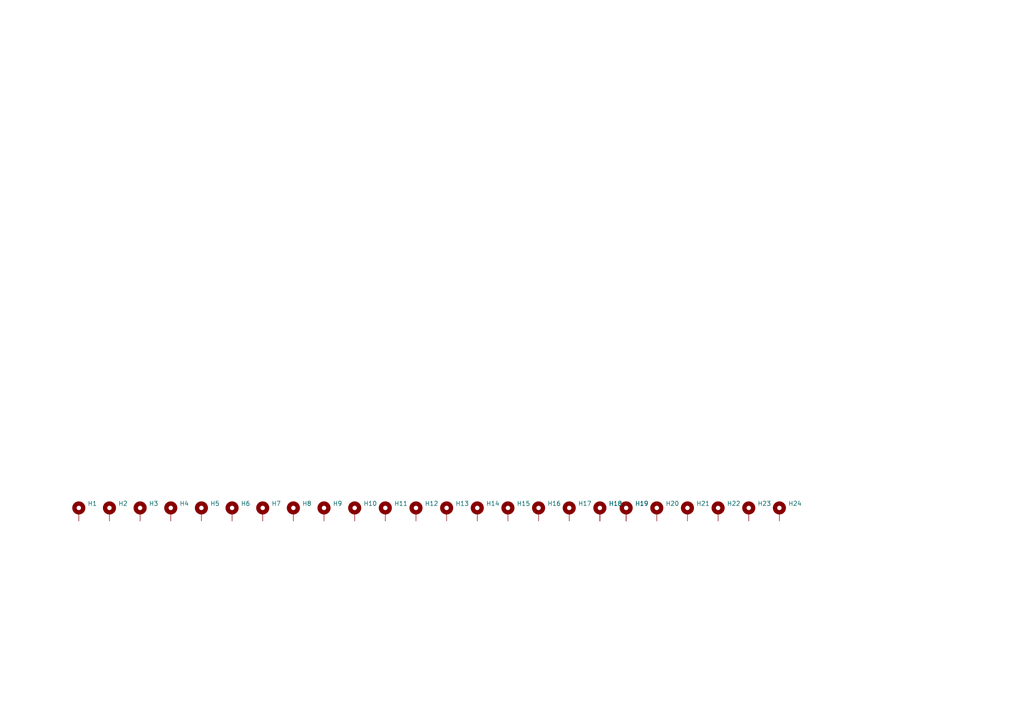
<source format=kicad_sch>
(kicad_sch (version 20211123) (generator eeschema)

  (uuid ec8f4d79-be17-402b-a40a-5aeeeecf2356)

  (paper "A4")

  (lib_symbols
    (symbol "Mechanical:MountingHole_Pad" (pin_numbers hide) (pin_names (offset 1.016) hide) (in_bom yes) (on_board yes)
      (property "Reference" "H" (id 0) (at 0 6.35 0)
        (effects (font (size 1.27 1.27)))
      )
      (property "Value" "MountingHole_Pad" (id 1) (at 0 4.445 0)
        (effects (font (size 1.27 1.27)))
      )
      (property "Footprint" "" (id 2) (at 0 0 0)
        (effects (font (size 1.27 1.27)) hide)
      )
      (property "Datasheet" "~" (id 3) (at 0 0 0)
        (effects (font (size 1.27 1.27)) hide)
      )
      (property "ki_keywords" "mounting hole" (id 4) (at 0 0 0)
        (effects (font (size 1.27 1.27)) hide)
      )
      (property "ki_description" "Mounting Hole with connection" (id 5) (at 0 0 0)
        (effects (font (size 1.27 1.27)) hide)
      )
      (property "ki_fp_filters" "MountingHole*Pad*" (id 6) (at 0 0 0)
        (effects (font (size 1.27 1.27)) hide)
      )
      (symbol "MountingHole_Pad_0_1"
        (circle (center 0 1.27) (radius 1.27)
          (stroke (width 1.27) (type default) (color 0 0 0 0))
          (fill (type none))
        )
      )
      (symbol "MountingHole_Pad_1_1"
        (pin input line (at 0 -2.54 90) (length 2.54)
          (name "1" (effects (font (size 1.27 1.27))))
          (number "1" (effects (font (size 1.27 1.27))))
        )
      )
    )
  )


  (symbol (lib_id "Mechanical:MountingHole_Pad") (at 102.87 148.59 0) (unit 1)
    (in_bom yes) (on_board yes) (fields_autoplaced)
    (uuid 2f5e6073-e478-48de-8f04-5039aa8c2823)
    (property "Reference" "H10" (id 0) (at 105.41 146.0499 0)
      (effects (font (size 1.27 1.27)) (justify left))
    )
    (property "Value" "MountingHole_Pad" (id 1) (at 105.41 148.5899 0)
      (effects (font (size 1.27 1.27)) (justify left) hide)
    )
    (property "Footprint" "MountingHole:MountingHole_5.3mm_M5_DIN965_Pad" (id 2) (at 102.87 148.59 0)
      (effects (font (size 1.27 1.27)) hide)
    )
    (property "Datasheet" "~" (id 3) (at 102.87 148.59 0)
      (effects (font (size 1.27 1.27)) hide)
    )
    (pin "1" (uuid 903664a9-2642-4e3a-b2f7-fd792726c160))
  )

  (symbol (lib_id "Mechanical:MountingHole_Pad") (at 58.42 148.59 0) (unit 1)
    (in_bom yes) (on_board yes) (fields_autoplaced)
    (uuid 2f9a61f3-05ca-4edf-b399-582031681004)
    (property "Reference" "H5" (id 0) (at 60.96 146.0499 0)
      (effects (font (size 1.27 1.27)) (justify left))
    )
    (property "Value" "MountingHole_Pad" (id 1) (at 60.96 148.5899 0)
      (effects (font (size 1.27 1.27)) (justify left) hide)
    )
    (property "Footprint" "MountingHole:MountingHole_5.3mm_M5_DIN965_Pad" (id 2) (at 58.42 148.59 0)
      (effects (font (size 1.27 1.27)) hide)
    )
    (property "Datasheet" "~" (id 3) (at 58.42 148.59 0)
      (effects (font (size 1.27 1.27)) hide)
    )
    (pin "1" (uuid c64b7090-cd60-49a0-ba22-8e075681e8a8))
  )

  (symbol (lib_id "Mechanical:MountingHole_Pad") (at 156.21 148.59 0) (unit 1)
    (in_bom yes) (on_board yes) (fields_autoplaced)
    (uuid 32393631-d068-4ed7-af9a-0e95742a522e)
    (property "Reference" "H16" (id 0) (at 158.75 146.0499 0)
      (effects (font (size 1.27 1.27)) (justify left))
    )
    (property "Value" "MountingHole_Pad" (id 1) (at 158.75 148.5899 0)
      (effects (font (size 1.27 1.27)) (justify left) hide)
    )
    (property "Footprint" "MountingHole:MountingHole_5.3mm_M5_DIN965_Pad" (id 2) (at 156.21 148.59 0)
      (effects (font (size 1.27 1.27)) hide)
    )
    (property "Datasheet" "~" (id 3) (at 156.21 148.59 0)
      (effects (font (size 1.27 1.27)) hide)
    )
    (pin "1" (uuid aaba2ca7-ce7c-4aba-8af3-3d1248266572))
  )

  (symbol (lib_id "Mechanical:MountingHole_Pad") (at 190.5 148.59 0) (unit 1)
    (in_bom yes) (on_board yes) (fields_autoplaced)
    (uuid 32f45e70-7cfe-456d-96f6-052252b819cf)
    (property "Reference" "H20" (id 0) (at 193.04 146.0499 0)
      (effects (font (size 1.27 1.27)) (justify left))
    )
    (property "Value" "MountingHole_Pad" (id 1) (at 193.04 148.5899 0)
      (effects (font (size 1.27 1.27)) (justify left) hide)
    )
    (property "Footprint" "MountingHole:MountingHole_5.3mm_M5_DIN965_Pad" (id 2) (at 190.5 148.59 0)
      (effects (font (size 1.27 1.27)) hide)
    )
    (property "Datasheet" "~" (id 3) (at 190.5 148.59 0)
      (effects (font (size 1.27 1.27)) hide)
    )
    (pin "1" (uuid 8dd33727-ce56-4961-a19a-0c2a543a4e51))
  )

  (symbol (lib_id "Mechanical:MountingHole_Pad") (at 49.53 148.59 0) (unit 1)
    (in_bom yes) (on_board yes) (fields_autoplaced)
    (uuid 4f636055-f2e9-41cb-88d5-387cedaa19f1)
    (property "Reference" "H4" (id 0) (at 52.07 146.0499 0)
      (effects (font (size 1.27 1.27)) (justify left))
    )
    (property "Value" "MountingHole_Pad" (id 1) (at 52.07 148.5899 0)
      (effects (font (size 1.27 1.27)) (justify left) hide)
    )
    (property "Footprint" "MountingHole:MountingHole_5.3mm_M5_DIN965_Pad" (id 2) (at 49.53 148.59 0)
      (effects (font (size 1.27 1.27)) hide)
    )
    (property "Datasheet" "~" (id 3) (at 49.53 148.59 0)
      (effects (font (size 1.27 1.27)) hide)
    )
    (pin "1" (uuid a0b7f6be-486c-4a94-b7e0-e416d3a14ad5))
  )

  (symbol (lib_id "Mechanical:MountingHole_Pad") (at 181.61 148.59 0) (unit 1)
    (in_bom yes) (on_board yes) (fields_autoplaced)
    (uuid 57183a9c-017c-4704-ac8e-115ea6f8638d)
    (property "Reference" "H19" (id 0) (at 184.15 146.0499 0)
      (effects (font (size 1.27 1.27)) (justify left))
    )
    (property "Value" "MountingHole_Pad" (id 1) (at 184.15 148.5899 0)
      (effects (font (size 1.27 1.27)) (justify left) hide)
    )
    (property "Footprint" "MountingHole:MountingHole_5.3mm_M5_DIN965_Pad" (id 2) (at 181.61 148.59 0)
      (effects (font (size 1.27 1.27)) hide)
    )
    (property "Datasheet" "~" (id 3) (at 181.61 148.59 0)
      (effects (font (size 1.27 1.27)) hide)
    )
    (pin "1" (uuid eab7e84f-08c3-4ecf-921b-ad7318476a01))
  )

  (symbol (lib_id "Mechanical:MountingHole_Pad") (at 67.31 148.59 0) (unit 1)
    (in_bom yes) (on_board yes) (fields_autoplaced)
    (uuid 5c82f6ea-add0-4404-b133-c98a28367336)
    (property "Reference" "H6" (id 0) (at 69.85 146.0499 0)
      (effects (font (size 1.27 1.27)) (justify left))
    )
    (property "Value" "MountingHole_Pad" (id 1) (at 69.85 148.5899 0)
      (effects (font (size 1.27 1.27)) (justify left) hide)
    )
    (property "Footprint" "MountingHole:MountingHole_5.3mm_M5_DIN965_Pad" (id 2) (at 67.31 148.59 0)
      (effects (font (size 1.27 1.27)) hide)
    )
    (property "Datasheet" "~" (id 3) (at 67.31 148.59 0)
      (effects (font (size 1.27 1.27)) hide)
    )
    (pin "1" (uuid 2fc606e0-7ca4-4237-9fff-99b3323fc77b))
  )

  (symbol (lib_id "Mechanical:MountingHole_Pad") (at 40.64 148.59 0) (unit 1)
    (in_bom yes) (on_board yes) (fields_autoplaced)
    (uuid 674bb822-53d2-4263-b7c5-dae7036bb4a8)
    (property "Reference" "H3" (id 0) (at 43.18 146.0499 0)
      (effects (font (size 1.27 1.27)) (justify left))
    )
    (property "Value" "MountingHole_Pad" (id 1) (at 43.18 148.5899 0)
      (effects (font (size 1.27 1.27)) (justify left) hide)
    )
    (property "Footprint" "MountingHole:MountingHole_5.3mm_M5_DIN965_Pad" (id 2) (at 40.64 148.59 0)
      (effects (font (size 1.27 1.27)) hide)
    )
    (property "Datasheet" "~" (id 3) (at 40.64 148.59 0)
      (effects (font (size 1.27 1.27)) hide)
    )
    (pin "1" (uuid 6b92193f-56b8-4152-9595-a8779de6b5f5))
  )

  (symbol (lib_id "Mechanical:MountingHole_Pad") (at 111.76 148.59 0) (unit 1)
    (in_bom yes) (on_board yes) (fields_autoplaced)
    (uuid 67a6f062-30ce-4303-85c0-ec91d5c411d5)
    (property "Reference" "H11" (id 0) (at 114.3 146.0499 0)
      (effects (font (size 1.27 1.27)) (justify left))
    )
    (property "Value" "MountingHole_Pad" (id 1) (at 114.3 148.5899 0)
      (effects (font (size 1.27 1.27)) (justify left) hide)
    )
    (property "Footprint" "MountingHole:MountingHole_5.3mm_M5_DIN965_Pad" (id 2) (at 111.76 148.59 0)
      (effects (font (size 1.27 1.27)) hide)
    )
    (property "Datasheet" "~" (id 3) (at 111.76 148.59 0)
      (effects (font (size 1.27 1.27)) hide)
    )
    (pin "1" (uuid 25987ad8-555e-4175-8748-4edc0e71ed20))
  )

  (symbol (lib_id "Mechanical:MountingHole_Pad") (at 226.06 148.59 0) (unit 1)
    (in_bom yes) (on_board yes) (fields_autoplaced)
    (uuid 79418ce3-051e-4034-99c4-da2fa3285011)
    (property "Reference" "H24" (id 0) (at 228.6 146.0499 0)
      (effects (font (size 1.27 1.27)) (justify left))
    )
    (property "Value" "MountingHole_Pad" (id 1) (at 228.6 148.5899 0)
      (effects (font (size 1.27 1.27)) (justify left) hide)
    )
    (property "Footprint" "MountingHole:MountingHole_5.3mm_M5_DIN965_Pad" (id 2) (at 226.06 148.59 0)
      (effects (font (size 1.27 1.27)) hide)
    )
    (property "Datasheet" "~" (id 3) (at 226.06 148.59 0)
      (effects (font (size 1.27 1.27)) hide)
    )
    (pin "1" (uuid 4be1fe21-35a7-4512-826b-a35c8e263e11))
  )

  (symbol (lib_id "Mechanical:MountingHole_Pad") (at 217.17 148.59 0) (unit 1)
    (in_bom yes) (on_board yes) (fields_autoplaced)
    (uuid 8536e283-7dd1-465c-a830-ab3c239d091e)
    (property "Reference" "H23" (id 0) (at 219.71 146.0499 0)
      (effects (font (size 1.27 1.27)) (justify left))
    )
    (property "Value" "MountingHole_Pad" (id 1) (at 219.71 148.5899 0)
      (effects (font (size 1.27 1.27)) (justify left) hide)
    )
    (property "Footprint" "MountingHole:MountingHole_5.3mm_M5_DIN965_Pad" (id 2) (at 217.17 148.59 0)
      (effects (font (size 1.27 1.27)) hide)
    )
    (property "Datasheet" "~" (id 3) (at 217.17 148.59 0)
      (effects (font (size 1.27 1.27)) hide)
    )
    (pin "1" (uuid 0fc55926-565f-4fc2-842c-33b62d793790))
  )

  (symbol (lib_id "Mechanical:MountingHole_Pad") (at 208.28 148.59 0) (unit 1)
    (in_bom yes) (on_board yes) (fields_autoplaced)
    (uuid 8fae94a6-199d-4224-898d-d7e34a992e9c)
    (property "Reference" "H22" (id 0) (at 210.82 146.0499 0)
      (effects (font (size 1.27 1.27)) (justify left))
    )
    (property "Value" "MountingHole_Pad" (id 1) (at 210.82 148.5899 0)
      (effects (font (size 1.27 1.27)) (justify left) hide)
    )
    (property "Footprint" "MountingHole:MountingHole_5.3mm_M5_DIN965_Pad" (id 2) (at 208.28 148.59 0)
      (effects (font (size 1.27 1.27)) hide)
    )
    (property "Datasheet" "~" (id 3) (at 208.28 148.59 0)
      (effects (font (size 1.27 1.27)) hide)
    )
    (pin "1" (uuid 642580cc-c423-404a-a7da-8016bbae8105))
  )

  (symbol (lib_id "Mechanical:MountingHole_Pad") (at 22.86 148.59 0) (unit 1)
    (in_bom yes) (on_board yes) (fields_autoplaced)
    (uuid 9850ff21-c0db-4800-b750-2459e4b4af1d)
    (property "Reference" "H1" (id 0) (at 25.4 146.0499 0)
      (effects (font (size 1.27 1.27)) (justify left))
    )
    (property "Value" "MountingHole_Pad" (id 1) (at 25.4 148.5899 0)
      (effects (font (size 1.27 1.27)) (justify left) hide)
    )
    (property "Footprint" "MountingHole:MountingHole_5.3mm_M5_DIN965_Pad" (id 2) (at 22.86 148.59 0)
      (effects (font (size 1.27 1.27)) hide)
    )
    (property "Datasheet" "~" (id 3) (at 22.86 148.59 0)
      (effects (font (size 1.27 1.27)) hide)
    )
    (pin "1" (uuid cf4fc299-a35c-4c9f-818f-1768d8283c37))
  )

  (symbol (lib_id "Mechanical:MountingHole_Pad") (at 85.09 148.59 0) (unit 1)
    (in_bom yes) (on_board yes) (fields_autoplaced)
    (uuid 998a52c8-6a7b-4249-ad6f-5ad413f4d888)
    (property "Reference" "H8" (id 0) (at 87.63 146.0499 0)
      (effects (font (size 1.27 1.27)) (justify left))
    )
    (property "Value" "MountingHole_Pad" (id 1) (at 87.63 148.5899 0)
      (effects (font (size 1.27 1.27)) (justify left) hide)
    )
    (property "Footprint" "MountingHole:MountingHole_5.3mm_M5_DIN965_Pad" (id 2) (at 85.09 148.59 0)
      (effects (font (size 1.27 1.27)) hide)
    )
    (property "Datasheet" "~" (id 3) (at 85.09 148.59 0)
      (effects (font (size 1.27 1.27)) hide)
    )
    (pin "1" (uuid 49f31438-3658-4bdf-9496-c0b4c894486a))
  )

  (symbol (lib_id "Mechanical:MountingHole_Pad") (at 93.98 148.59 0) (unit 1)
    (in_bom yes) (on_board yes) (fields_autoplaced)
    (uuid a3f7e6c2-9c07-4408-afd3-7ec191c81043)
    (property "Reference" "H9" (id 0) (at 96.52 146.0499 0)
      (effects (font (size 1.27 1.27)) (justify left))
    )
    (property "Value" "MountingHole_Pad" (id 1) (at 96.52 148.5899 0)
      (effects (font (size 1.27 1.27)) (justify left) hide)
    )
    (property "Footprint" "MountingHole:MountingHole_5.3mm_M5_DIN965_Pad" (id 2) (at 93.98 148.59 0)
      (effects (font (size 1.27 1.27)) hide)
    )
    (property "Datasheet" "~" (id 3) (at 93.98 148.59 0)
      (effects (font (size 1.27 1.27)) hide)
    )
    (pin "1" (uuid 38a34005-a84c-4fa9-b1d1-a09245470b91))
  )

  (symbol (lib_id "Mechanical:MountingHole_Pad") (at 199.39 148.59 0) (unit 1)
    (in_bom yes) (on_board yes) (fields_autoplaced)
    (uuid bc63f70e-5fed-45fe-b4df-4f2bfa244ba6)
    (property "Reference" "H21" (id 0) (at 201.93 146.0499 0)
      (effects (font (size 1.27 1.27)) (justify left))
    )
    (property "Value" "MountingHole_Pad" (id 1) (at 201.93 148.5899 0)
      (effects (font (size 1.27 1.27)) (justify left) hide)
    )
    (property "Footprint" "MountingHole:MountingHole_5.3mm_M5_DIN965_Pad" (id 2) (at 199.39 148.59 0)
      (effects (font (size 1.27 1.27)) hide)
    )
    (property "Datasheet" "~" (id 3) (at 199.39 148.59 0)
      (effects (font (size 1.27 1.27)) hide)
    )
    (pin "1" (uuid 774dd4c1-12d8-4dd8-8423-216354fd3f3c))
  )

  (symbol (lib_id "Mechanical:MountingHole_Pad") (at 120.65 148.59 0) (unit 1)
    (in_bom yes) (on_board yes) (fields_autoplaced)
    (uuid be834e61-5dce-4ce2-8583-92ae67d9d946)
    (property "Reference" "H12" (id 0) (at 123.19 146.0499 0)
      (effects (font (size 1.27 1.27)) (justify left))
    )
    (property "Value" "MountingHole_Pad" (id 1) (at 123.19 148.5899 0)
      (effects (font (size 1.27 1.27)) (justify left) hide)
    )
    (property "Footprint" "MountingHole:MountingHole_5.3mm_M5_DIN965_Pad" (id 2) (at 120.65 148.59 0)
      (effects (font (size 1.27 1.27)) hide)
    )
    (property "Datasheet" "~" (id 3) (at 120.65 148.59 0)
      (effects (font (size 1.27 1.27)) hide)
    )
    (pin "1" (uuid cbc1c676-0a0f-4963-8f41-80de480ad47c))
  )

  (symbol (lib_id "Mechanical:MountingHole_Pad") (at 165.1 148.59 0) (unit 1)
    (in_bom yes) (on_board yes) (fields_autoplaced)
    (uuid d2f6863e-e6f6-4000-8447-784d06052964)
    (property "Reference" "H17" (id 0) (at 167.64 146.0499 0)
      (effects (font (size 1.27 1.27)) (justify left))
    )
    (property "Value" "MountingHole_Pad" (id 1) (at 167.64 148.5899 0)
      (effects (font (size 1.27 1.27)) (justify left) hide)
    )
    (property "Footprint" "MountingHole:MountingHole_5.3mm_M5_DIN965_Pad" (id 2) (at 165.1 148.59 0)
      (effects (font (size 1.27 1.27)) hide)
    )
    (property "Datasheet" "~" (id 3) (at 165.1 148.59 0)
      (effects (font (size 1.27 1.27)) hide)
    )
    (pin "1" (uuid 2cc9a450-3a0a-4ce6-90be-b600d1cf4dc0))
  )

  (symbol (lib_id "Mechanical:MountingHole_Pad") (at 76.2 148.59 0) (unit 1)
    (in_bom yes) (on_board yes) (fields_autoplaced)
    (uuid d4f1464a-b7e2-40d1-a9b4-b51357cba350)
    (property "Reference" "H7" (id 0) (at 78.74 146.0499 0)
      (effects (font (size 1.27 1.27)) (justify left))
    )
    (property "Value" "MountingHole_Pad" (id 1) (at 78.74 148.5899 0)
      (effects (font (size 1.27 1.27)) (justify left) hide)
    )
    (property "Footprint" "MountingHole:MountingHole_5.3mm_M5_DIN965_Pad" (id 2) (at 76.2 148.59 0)
      (effects (font (size 1.27 1.27)) hide)
    )
    (property "Datasheet" "~" (id 3) (at 76.2 148.59 0)
      (effects (font (size 1.27 1.27)) hide)
    )
    (pin "1" (uuid b63ad01d-a562-4479-a8a9-b6f501538121))
  )

  (symbol (lib_id "Mechanical:MountingHole_Pad") (at 129.54 148.59 0) (unit 1)
    (in_bom yes) (on_board yes) (fields_autoplaced)
    (uuid d98b9304-b7b6-47c8-b457-4cf6275efb6b)
    (property "Reference" "H13" (id 0) (at 132.08 146.0499 0)
      (effects (font (size 1.27 1.27)) (justify left))
    )
    (property "Value" "MountingHole_Pad" (id 1) (at 132.08 148.5899 0)
      (effects (font (size 1.27 1.27)) (justify left) hide)
    )
    (property "Footprint" "MountingHole:MountingHole_5.3mm_M5_DIN965_Pad" (id 2) (at 129.54 148.59 0)
      (effects (font (size 1.27 1.27)) hide)
    )
    (property "Datasheet" "~" (id 3) (at 129.54 148.59 0)
      (effects (font (size 1.27 1.27)) hide)
    )
    (pin "1" (uuid 2f43541a-41b3-4cea-b426-2b7d181fa70e))
  )

  (symbol (lib_id "Mechanical:MountingHole_Pad") (at 138.43 148.59 0) (unit 1)
    (in_bom yes) (on_board yes) (fields_autoplaced)
    (uuid df3217cf-0e35-4b62-ad9f-1902505b2a78)
    (property "Reference" "H14" (id 0) (at 140.97 146.0499 0)
      (effects (font (size 1.27 1.27)) (justify left))
    )
    (property "Value" "MountingHole_Pad" (id 1) (at 140.97 148.5899 0)
      (effects (font (size 1.27 1.27)) (justify left) hide)
    )
    (property "Footprint" "MountingHole:MountingHole_5.3mm_M5_DIN965_Pad" (id 2) (at 138.43 148.59 0)
      (effects (font (size 1.27 1.27)) hide)
    )
    (property "Datasheet" "~" (id 3) (at 138.43 148.59 0)
      (effects (font (size 1.27 1.27)) hide)
    )
    (pin "1" (uuid eec8c0d9-e958-40b8-912e-b49a108fce25))
  )

  (symbol (lib_id "Mechanical:MountingHole_Pad") (at 31.75 148.59 0) (unit 1)
    (in_bom yes) (on_board yes) (fields_autoplaced)
    (uuid e10653cb-8b45-47f7-9822-37baeeda75b9)
    (property "Reference" "H2" (id 0) (at 34.29 146.0499 0)
      (effects (font (size 1.27 1.27)) (justify left))
    )
    (property "Value" "MountingHole_Pad" (id 1) (at 34.29 148.5899 0)
      (effects (font (size 1.27 1.27)) (justify left) hide)
    )
    (property "Footprint" "MountingHole:MountingHole_5.3mm_M5_DIN965_Pad" (id 2) (at 31.75 148.59 0)
      (effects (font (size 1.27 1.27)) hide)
    )
    (property "Datasheet" "~" (id 3) (at 31.75 148.59 0)
      (effects (font (size 1.27 1.27)) hide)
    )
    (pin "1" (uuid 15fb6a15-43a0-4b6e-aa7e-dc07be192f31))
  )

  (symbol (lib_id "Mechanical:MountingHole_Pad") (at 173.99 148.59 0) (unit 1)
    (in_bom yes) (on_board yes) (fields_autoplaced)
    (uuid f3957bf3-e484-468d-84a3-e2b92e2e69fc)
    (property "Reference" "H18" (id 0) (at 176.53 146.0499 0)
      (effects (font (size 1.27 1.27)) (justify left))
    )
    (property "Value" "MountingHole_Pad" (id 1) (at 176.53 148.5899 0)
      (effects (font (size 1.27 1.27)) (justify left) hide)
    )
    (property "Footprint" "MountingHole:MountingHole_5.3mm_M5_DIN965_Pad" (id 2) (at 173.99 148.59 0)
      (effects (font (size 1.27 1.27)) hide)
    )
    (property "Datasheet" "~" (id 3) (at 173.99 148.59 0)
      (effects (font (size 1.27 1.27)) hide)
    )
    (pin "1" (uuid daf1f965-f4fc-4e0b-96b7-43946782e95d))
  )

  (symbol (lib_id "Mechanical:MountingHole_Pad") (at 147.32 148.59 0) (unit 1)
    (in_bom yes) (on_board yes) (fields_autoplaced)
    (uuid f43bed3e-f4bb-42c0-a973-2e3f29ec44ac)
    (property "Reference" "H15" (id 0) (at 149.86 146.0499 0)
      (effects (font (size 1.27 1.27)) (justify left))
    )
    (property "Value" "MountingHole_Pad" (id 1) (at 149.86 148.5899 0)
      (effects (font (size 1.27 1.27)) (justify left) hide)
    )
    (property "Footprint" "MountingHole:MountingHole_5.3mm_M5_DIN965_Pad" (id 2) (at 147.32 148.59 0)
      (effects (font (size 1.27 1.27)) hide)
    )
    (property "Datasheet" "~" (id 3) (at 147.32 148.59 0)
      (effects (font (size 1.27 1.27)) hide)
    )
    (pin "1" (uuid 3a911f59-088e-494f-b061-bfcdda52a7ec))
  )

  (sheet_instances
    (path "/" (page "1"))
  )

  (symbol_instances
    (path "/9850ff21-c0db-4800-b750-2459e4b4af1d"
      (reference "H1") (unit 1) (value "MountingHole_Pad") (footprint "MountingHole:MountingHole_5.3mm_M5_DIN965_Pad")
    )
    (path "/e10653cb-8b45-47f7-9822-37baeeda75b9"
      (reference "H2") (unit 1) (value "MountingHole_Pad") (footprint "MountingHole:MountingHole_5.3mm_M5_DIN965_Pad")
    )
    (path "/674bb822-53d2-4263-b7c5-dae7036bb4a8"
      (reference "H3") (unit 1) (value "MountingHole_Pad") (footprint "MountingHole:MountingHole_5.3mm_M5_DIN965_Pad")
    )
    (path "/4f636055-f2e9-41cb-88d5-387cedaa19f1"
      (reference "H4") (unit 1) (value "MountingHole_Pad") (footprint "MountingHole:MountingHole_5.3mm_M5_DIN965_Pad")
    )
    (path "/2f9a61f3-05ca-4edf-b399-582031681004"
      (reference "H5") (unit 1) (value "MountingHole_Pad") (footprint "MountingHole:MountingHole_5.3mm_M5_DIN965_Pad")
    )
    (path "/5c82f6ea-add0-4404-b133-c98a28367336"
      (reference "H6") (unit 1) (value "MountingHole_Pad") (footprint "MountingHole:MountingHole_5.3mm_M5_DIN965_Pad")
    )
    (path "/d4f1464a-b7e2-40d1-a9b4-b51357cba350"
      (reference "H7") (unit 1) (value "MountingHole_Pad") (footprint "MountingHole:MountingHole_5.3mm_M5_DIN965_Pad")
    )
    (path "/998a52c8-6a7b-4249-ad6f-5ad413f4d888"
      (reference "H8") (unit 1) (value "MountingHole_Pad") (footprint "MountingHole:MountingHole_5.3mm_M5_DIN965_Pad")
    )
    (path "/a3f7e6c2-9c07-4408-afd3-7ec191c81043"
      (reference "H9") (unit 1) (value "MountingHole_Pad") (footprint "MountingHole:MountingHole_5.3mm_M5_DIN965_Pad")
    )
    (path "/2f5e6073-e478-48de-8f04-5039aa8c2823"
      (reference "H10") (unit 1) (value "MountingHole_Pad") (footprint "MountingHole:MountingHole_5.3mm_M5_DIN965_Pad")
    )
    (path "/67a6f062-30ce-4303-85c0-ec91d5c411d5"
      (reference "H11") (unit 1) (value "MountingHole_Pad") (footprint "MountingHole:MountingHole_5.3mm_M5_DIN965_Pad")
    )
    (path "/be834e61-5dce-4ce2-8583-92ae67d9d946"
      (reference "H12") (unit 1) (value "MountingHole_Pad") (footprint "MountingHole:MountingHole_5.3mm_M5_DIN965_Pad")
    )
    (path "/d98b9304-b7b6-47c8-b457-4cf6275efb6b"
      (reference "H13") (unit 1) (value "MountingHole_Pad") (footprint "MountingHole:MountingHole_5.3mm_M5_DIN965_Pad")
    )
    (path "/df3217cf-0e35-4b62-ad9f-1902505b2a78"
      (reference "H14") (unit 1) (value "MountingHole_Pad") (footprint "MountingHole:MountingHole_5.3mm_M5_DIN965_Pad")
    )
    (path "/f43bed3e-f4bb-42c0-a973-2e3f29ec44ac"
      (reference "H15") (unit 1) (value "MountingHole_Pad") (footprint "MountingHole:MountingHole_5.3mm_M5_DIN965_Pad")
    )
    (path "/32393631-d068-4ed7-af9a-0e95742a522e"
      (reference "H16") (unit 1) (value "MountingHole_Pad") (footprint "MountingHole:MountingHole_5.3mm_M5_DIN965_Pad")
    )
    (path "/d2f6863e-e6f6-4000-8447-784d06052964"
      (reference "H17") (unit 1) (value "MountingHole_Pad") (footprint "MountingHole:MountingHole_5.3mm_M5_DIN965_Pad")
    )
    (path "/f3957bf3-e484-468d-84a3-e2b92e2e69fc"
      (reference "H18") (unit 1) (value "MountingHole_Pad") (footprint "MountingHole:MountingHole_5.3mm_M5_DIN965_Pad")
    )
    (path "/57183a9c-017c-4704-ac8e-115ea6f8638d"
      (reference "H19") (unit 1) (value "MountingHole_Pad") (footprint "MountingHole:MountingHole_5.3mm_M5_DIN965_Pad")
    )
    (path "/32f45e70-7cfe-456d-96f6-052252b819cf"
      (reference "H20") (unit 1) (value "MountingHole_Pad") (footprint "MountingHole:MountingHole_5.3mm_M5_DIN965_Pad")
    )
    (path "/bc63f70e-5fed-45fe-b4df-4f2bfa244ba6"
      (reference "H21") (unit 1) (value "MountingHole_Pad") (footprint "MountingHole:MountingHole_5.3mm_M5_DIN965_Pad")
    )
    (path "/8fae94a6-199d-4224-898d-d7e34a992e9c"
      (reference "H22") (unit 1) (value "MountingHole_Pad") (footprint "MountingHole:MountingHole_5.3mm_M5_DIN965_Pad")
    )
    (path "/8536e283-7dd1-465c-a830-ab3c239d091e"
      (reference "H23") (unit 1) (value "MountingHole_Pad") (footprint "MountingHole:MountingHole_5.3mm_M5_DIN965_Pad")
    )
    (path "/79418ce3-051e-4034-99c4-da2fa3285011"
      (reference "H24") (unit 1) (value "MountingHole_Pad") (footprint "MountingHole:MountingHole_5.3mm_M5_DIN965_Pad")
    )
  )
)

</source>
